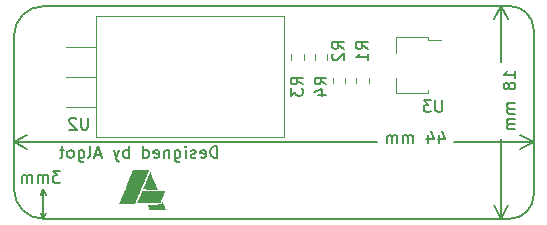
<source format=gbr>
%TF.GenerationSoftware,KiCad,Pcbnew,6.0.2*%
%TF.CreationDate,2022-03-12T22:23:20+01:00*%
%TF.ProjectId,batteryController,62617474-6572-4794-936f-6e74726f6c6c,rev?*%
%TF.SameCoordinates,Original*%
%TF.FileFunction,Legend,Bot*%
%TF.FilePolarity,Positive*%
%FSLAX46Y46*%
G04 Gerber Fmt 4.6, Leading zero omitted, Abs format (unit mm)*
G04 Created by KiCad (PCBNEW 6.0.2) date 2022-03-12 22:23:20*
%MOMM*%
%LPD*%
G01*
G04 APERTURE LIST*
%ADD10C,0.150000*%
%ADD11C,0.120000*%
G04 APERTURE END LIST*
D10*
X175500000Y-100000000D02*
G75*
G03*
X173000000Y-102500000I0J-2500000D01*
G01*
X217000000Y-102000000D02*
X217000000Y-116000000D01*
X175500000Y-118000000D02*
X175750000Y-117500000D01*
X215000000Y-118000000D02*
X175500000Y-118000000D01*
X175500000Y-115500000D02*
X175250000Y-116000000D01*
X173000000Y-115500000D02*
G75*
G03*
X175500000Y-118000000I2500000J0D01*
G01*
X215000000Y-118000000D02*
G75*
G03*
X217000000Y-116000000I1J1999999D01*
G01*
X217000000Y-102000000D02*
G75*
G03*
X215000000Y-100000000I-1999999J1D01*
G01*
X175500000Y-115500000D02*
X175750000Y-116000000D01*
X175500000Y-100000000D02*
X215000000Y-100000000D01*
X175500000Y-118000000D02*
X175250000Y-117500000D01*
X175250000Y-117500000D02*
X175500000Y-118000000D01*
X173000000Y-115500000D02*
X173000000Y-102500000D01*
X175500000Y-115500000D02*
X175500000Y-118000000D01*
X176916666Y-113952380D02*
X176297619Y-113952380D01*
X176630952Y-114333333D01*
X176488095Y-114333333D01*
X176392857Y-114380952D01*
X176345238Y-114428571D01*
X176297619Y-114523809D01*
X176297619Y-114761904D01*
X176345238Y-114857142D01*
X176392857Y-114904761D01*
X176488095Y-114952380D01*
X176773809Y-114952380D01*
X176869047Y-114904761D01*
X176916666Y-114857142D01*
X175869047Y-114952380D02*
X175869047Y-114285714D01*
X175869047Y-114380952D02*
X175821428Y-114333333D01*
X175726190Y-114285714D01*
X175583333Y-114285714D01*
X175488095Y-114333333D01*
X175440476Y-114428571D01*
X175440476Y-114952380D01*
X175440476Y-114428571D02*
X175392857Y-114333333D01*
X175297619Y-114285714D01*
X175154761Y-114285714D01*
X175059523Y-114333333D01*
X175011904Y-114428571D01*
X175011904Y-114952380D01*
X174535714Y-114952380D02*
X174535714Y-114285714D01*
X174535714Y-114380952D02*
X174488095Y-114333333D01*
X174392857Y-114285714D01*
X174250000Y-114285714D01*
X174154761Y-114333333D01*
X174107142Y-114428571D01*
X174107142Y-114952380D01*
X174107142Y-114428571D02*
X174059523Y-114333333D01*
X173964285Y-114285714D01*
X173821428Y-114285714D01*
X173726190Y-114333333D01*
X173678571Y-114428571D01*
X173678571Y-114952380D01*
X190195238Y-112852380D02*
X190195238Y-111852380D01*
X189957142Y-111852380D01*
X189814285Y-111900000D01*
X189719047Y-111995238D01*
X189671428Y-112090476D01*
X189623809Y-112280952D01*
X189623809Y-112423809D01*
X189671428Y-112614285D01*
X189719047Y-112709523D01*
X189814285Y-112804761D01*
X189957142Y-112852380D01*
X190195238Y-112852380D01*
X188814285Y-112804761D02*
X188909523Y-112852380D01*
X189100000Y-112852380D01*
X189195238Y-112804761D01*
X189242857Y-112709523D01*
X189242857Y-112328571D01*
X189195238Y-112233333D01*
X189100000Y-112185714D01*
X188909523Y-112185714D01*
X188814285Y-112233333D01*
X188766666Y-112328571D01*
X188766666Y-112423809D01*
X189242857Y-112519047D01*
X188385714Y-112804761D02*
X188290476Y-112852380D01*
X188100000Y-112852380D01*
X188004761Y-112804761D01*
X187957142Y-112709523D01*
X187957142Y-112661904D01*
X188004761Y-112566666D01*
X188100000Y-112519047D01*
X188242857Y-112519047D01*
X188338095Y-112471428D01*
X188385714Y-112376190D01*
X188385714Y-112328571D01*
X188338095Y-112233333D01*
X188242857Y-112185714D01*
X188100000Y-112185714D01*
X188004761Y-112233333D01*
X187528571Y-112852380D02*
X187528571Y-112185714D01*
X187528571Y-111852380D02*
X187576190Y-111900000D01*
X187528571Y-111947619D01*
X187480952Y-111900000D01*
X187528571Y-111852380D01*
X187528571Y-111947619D01*
X186623809Y-112185714D02*
X186623809Y-112995238D01*
X186671428Y-113090476D01*
X186719047Y-113138095D01*
X186814285Y-113185714D01*
X186957142Y-113185714D01*
X187052380Y-113138095D01*
X186623809Y-112804761D02*
X186719047Y-112852380D01*
X186909523Y-112852380D01*
X187004761Y-112804761D01*
X187052380Y-112757142D01*
X187100000Y-112661904D01*
X187100000Y-112376190D01*
X187052380Y-112280952D01*
X187004761Y-112233333D01*
X186909523Y-112185714D01*
X186719047Y-112185714D01*
X186623809Y-112233333D01*
X186147619Y-112185714D02*
X186147619Y-112852380D01*
X186147619Y-112280952D02*
X186100000Y-112233333D01*
X186004761Y-112185714D01*
X185861904Y-112185714D01*
X185766666Y-112233333D01*
X185719047Y-112328571D01*
X185719047Y-112852380D01*
X184861904Y-112804761D02*
X184957142Y-112852380D01*
X185147619Y-112852380D01*
X185242857Y-112804761D01*
X185290476Y-112709523D01*
X185290476Y-112328571D01*
X185242857Y-112233333D01*
X185147619Y-112185714D01*
X184957142Y-112185714D01*
X184861904Y-112233333D01*
X184814285Y-112328571D01*
X184814285Y-112423809D01*
X185290476Y-112519047D01*
X183957142Y-112852380D02*
X183957142Y-111852380D01*
X183957142Y-112804761D02*
X184052380Y-112852380D01*
X184242857Y-112852380D01*
X184338095Y-112804761D01*
X184385714Y-112757142D01*
X184433333Y-112661904D01*
X184433333Y-112376190D01*
X184385714Y-112280952D01*
X184338095Y-112233333D01*
X184242857Y-112185714D01*
X184052380Y-112185714D01*
X183957142Y-112233333D01*
X182719047Y-112852380D02*
X182719047Y-111852380D01*
X182719047Y-112233333D02*
X182623809Y-112185714D01*
X182433333Y-112185714D01*
X182338095Y-112233333D01*
X182290476Y-112280952D01*
X182242857Y-112376190D01*
X182242857Y-112661904D01*
X182290476Y-112757142D01*
X182338095Y-112804761D01*
X182433333Y-112852380D01*
X182623809Y-112852380D01*
X182719047Y-112804761D01*
X181909523Y-112185714D02*
X181671428Y-112852380D01*
X181433333Y-112185714D02*
X181671428Y-112852380D01*
X181766666Y-113090476D01*
X181814285Y-113138095D01*
X181909523Y-113185714D01*
X180338095Y-112566666D02*
X179861904Y-112566666D01*
X180433333Y-112852380D02*
X180100000Y-111852380D01*
X179766666Y-112852380D01*
X179290476Y-112852380D02*
X179385714Y-112804761D01*
X179433333Y-112709523D01*
X179433333Y-111852380D01*
X178480952Y-112185714D02*
X178480952Y-112995238D01*
X178528571Y-113090476D01*
X178576190Y-113138095D01*
X178671428Y-113185714D01*
X178814285Y-113185714D01*
X178909523Y-113138095D01*
X178480952Y-112804761D02*
X178576190Y-112852380D01*
X178766666Y-112852380D01*
X178861904Y-112804761D01*
X178909523Y-112757142D01*
X178957142Y-112661904D01*
X178957142Y-112376190D01*
X178909523Y-112280952D01*
X178861904Y-112233333D01*
X178766666Y-112185714D01*
X178576190Y-112185714D01*
X178480952Y-112233333D01*
X177861904Y-112852380D02*
X177957142Y-112804761D01*
X178004761Y-112757142D01*
X178052380Y-112661904D01*
X178052380Y-112376190D01*
X178004761Y-112280952D01*
X177957142Y-112233333D01*
X177861904Y-112185714D01*
X177719047Y-112185714D01*
X177623809Y-112233333D01*
X177576190Y-112280952D01*
X177528571Y-112376190D01*
X177528571Y-112661904D01*
X177576190Y-112757142D01*
X177623809Y-112804761D01*
X177719047Y-112852380D01*
X177861904Y-112852380D01*
X177242857Y-112185714D02*
X176861904Y-112185714D01*
X177100000Y-111852380D02*
X177100000Y-112709523D01*
X177052380Y-112804761D01*
X176957142Y-112852380D01*
X176861904Y-112852380D01*
X215452380Y-106095238D02*
X215452380Y-105523809D01*
X215452380Y-105809523D02*
X214452380Y-105809523D01*
X214595238Y-105714285D01*
X214690476Y-105619047D01*
X214738095Y-105523809D01*
X214880952Y-106666666D02*
X214833333Y-106571428D01*
X214785714Y-106523809D01*
X214690476Y-106476190D01*
X214642857Y-106476190D01*
X214547619Y-106523809D01*
X214500000Y-106571428D01*
X214452380Y-106666666D01*
X214452380Y-106857142D01*
X214500000Y-106952380D01*
X214547619Y-107000000D01*
X214642857Y-107047619D01*
X214690476Y-107047619D01*
X214785714Y-107000000D01*
X214833333Y-106952380D01*
X214880952Y-106857142D01*
X214880952Y-106666666D01*
X214928571Y-106571428D01*
X214976190Y-106523809D01*
X215071428Y-106476190D01*
X215261904Y-106476190D01*
X215357142Y-106523809D01*
X215404761Y-106571428D01*
X215452380Y-106666666D01*
X215452380Y-106857142D01*
X215404761Y-106952380D01*
X215357142Y-107000000D01*
X215261904Y-107047619D01*
X215071428Y-107047619D01*
X214976190Y-107000000D01*
X214928571Y-106952380D01*
X214880952Y-106857142D01*
X215452380Y-108238095D02*
X214785714Y-108238095D01*
X214880952Y-108238095D02*
X214833333Y-108285714D01*
X214785714Y-108380952D01*
X214785714Y-108523809D01*
X214833333Y-108619047D01*
X214928571Y-108666666D01*
X215452380Y-108666666D01*
X214928571Y-108666666D02*
X214833333Y-108714285D01*
X214785714Y-108809523D01*
X214785714Y-108952380D01*
X214833333Y-109047619D01*
X214928571Y-109095238D01*
X215452380Y-109095238D01*
X215452380Y-109571428D02*
X214785714Y-109571428D01*
X214880952Y-109571428D02*
X214833333Y-109619047D01*
X214785714Y-109714285D01*
X214785714Y-109857142D01*
X214833333Y-109952380D01*
X214928571Y-110000000D01*
X215452380Y-110000000D01*
X214928571Y-110000000D02*
X214833333Y-110047619D01*
X214785714Y-110142857D01*
X214785714Y-110285714D01*
X214833333Y-110380952D01*
X214928571Y-110428571D01*
X215452380Y-110428571D01*
X213750000Y-100000000D02*
X213648581Y-100000000D01*
X213750000Y-118000000D02*
X213648581Y-118000000D01*
X214235001Y-100000000D02*
X214235001Y-104758333D01*
X214235001Y-111241666D02*
X214235001Y-118000000D01*
X214235001Y-100000000D02*
X213648580Y-101126504D01*
X214235001Y-100000000D02*
X214821422Y-101126504D01*
X214235001Y-118000000D02*
X214821422Y-116873496D01*
X214235001Y-118000000D02*
X213648580Y-116873496D01*
X209010000Y-110910714D02*
X209010000Y-111577380D01*
X209248095Y-110529761D02*
X209486190Y-111244047D01*
X208867142Y-111244047D01*
X208057619Y-110910714D02*
X208057619Y-111577380D01*
X208295714Y-110529761D02*
X208533809Y-111244047D01*
X207914761Y-111244047D01*
X206771904Y-111577380D02*
X206771904Y-110910714D01*
X206771904Y-111005952D02*
X206724285Y-110958333D01*
X206629047Y-110910714D01*
X206486190Y-110910714D01*
X206390952Y-110958333D01*
X206343333Y-111053571D01*
X206343333Y-111577380D01*
X206343333Y-111053571D02*
X206295714Y-110958333D01*
X206200476Y-110910714D01*
X206057619Y-110910714D01*
X205962380Y-110958333D01*
X205914761Y-111053571D01*
X205914761Y-111577380D01*
X205438571Y-111577380D02*
X205438571Y-110910714D01*
X205438571Y-111005952D02*
X205390952Y-110958333D01*
X205295714Y-110910714D01*
X205152857Y-110910714D01*
X205057619Y-110958333D01*
X205010000Y-111053571D01*
X205010000Y-111577380D01*
X205010000Y-111053571D02*
X204962380Y-110958333D01*
X204867142Y-110910714D01*
X204724285Y-110910714D01*
X204629047Y-110958333D01*
X204581428Y-111053571D01*
X204581428Y-111577380D01*
X173000000Y-111371000D02*
X173000000Y-112078865D01*
X217000000Y-111371000D02*
X217000000Y-112078865D01*
X173000000Y-111492445D02*
X203768334Y-111492445D01*
X210251667Y-111492445D02*
X217000000Y-111492445D01*
X173000000Y-111492445D02*
X174126504Y-112078866D01*
X173000000Y-111492445D02*
X174126504Y-110906024D01*
X217000000Y-111492445D02*
X215873496Y-110906024D01*
X217000000Y-111492445D02*
X215873496Y-112078866D01*
%TO.C,R1*%
X202952380Y-103632333D02*
X202476190Y-103299000D01*
X202952380Y-103060904D02*
X201952380Y-103060904D01*
X201952380Y-103441857D01*
X202000000Y-103537095D01*
X202047619Y-103584714D01*
X202142857Y-103632333D01*
X202285714Y-103632333D01*
X202380952Y-103584714D01*
X202428571Y-103537095D01*
X202476190Y-103441857D01*
X202476190Y-103060904D01*
X202952380Y-104584714D02*
X202952380Y-104013285D01*
X202952380Y-104299000D02*
X201952380Y-104299000D01*
X202095238Y-104203761D01*
X202190476Y-104108523D01*
X202238095Y-104013285D01*
%TO.C,R4*%
X199452380Y-106632333D02*
X198976190Y-106299000D01*
X199452380Y-106060904D02*
X198452380Y-106060904D01*
X198452380Y-106441857D01*
X198500000Y-106537095D01*
X198547619Y-106584714D01*
X198642857Y-106632333D01*
X198785714Y-106632333D01*
X198880952Y-106584714D01*
X198928571Y-106537095D01*
X198976190Y-106441857D01*
X198976190Y-106060904D01*
X198785714Y-107489476D02*
X199452380Y-107489476D01*
X198404761Y-107251380D02*
X199119047Y-107013285D01*
X199119047Y-107632333D01*
%TO.C,U3*%
X209261904Y-107952380D02*
X209261904Y-108761904D01*
X209214285Y-108857142D01*
X209166666Y-108904761D01*
X209071428Y-108952380D01*
X208880952Y-108952380D01*
X208785714Y-108904761D01*
X208738095Y-108857142D01*
X208690476Y-108761904D01*
X208690476Y-107952380D01*
X208309523Y-107952380D02*
X207690476Y-107952380D01*
X208023809Y-108333333D01*
X207880952Y-108333333D01*
X207785714Y-108380952D01*
X207738095Y-108428571D01*
X207690476Y-108523809D01*
X207690476Y-108761904D01*
X207738095Y-108857142D01*
X207785714Y-108904761D01*
X207880952Y-108952380D01*
X208166666Y-108952380D01*
X208261904Y-108904761D01*
X208309523Y-108857142D01*
%TO.C,R3*%
X197452380Y-106632333D02*
X196976190Y-106299000D01*
X197452380Y-106060904D02*
X196452380Y-106060904D01*
X196452380Y-106441857D01*
X196500000Y-106537095D01*
X196547619Y-106584714D01*
X196642857Y-106632333D01*
X196785714Y-106632333D01*
X196880952Y-106584714D01*
X196928571Y-106537095D01*
X196976190Y-106441857D01*
X196976190Y-106060904D01*
X196452380Y-106965666D02*
X196452380Y-107584714D01*
X196833333Y-107251380D01*
X196833333Y-107394238D01*
X196880952Y-107489476D01*
X196928571Y-107537095D01*
X197023809Y-107584714D01*
X197261904Y-107584714D01*
X197357142Y-107537095D01*
X197404761Y-107489476D01*
X197452380Y-107394238D01*
X197452380Y-107108523D01*
X197404761Y-107013285D01*
X197357142Y-106965666D01*
%TO.C,R2*%
X200952380Y-103632333D02*
X200476190Y-103299000D01*
X200952380Y-103060904D02*
X199952380Y-103060904D01*
X199952380Y-103441857D01*
X200000000Y-103537095D01*
X200047619Y-103584714D01*
X200142857Y-103632333D01*
X200285714Y-103632333D01*
X200380952Y-103584714D01*
X200428571Y-103537095D01*
X200476190Y-103441857D01*
X200476190Y-103060904D01*
X200047619Y-104013285D02*
X200000000Y-104060904D01*
X199952380Y-104156142D01*
X199952380Y-104394238D01*
X200000000Y-104489476D01*
X200047619Y-104537095D01*
X200142857Y-104584714D01*
X200238095Y-104584714D01*
X200380952Y-104537095D01*
X200952380Y-103965666D01*
X200952380Y-104584714D01*
%TO.C,U2*%
X179261904Y-109452380D02*
X179261904Y-110261904D01*
X179214285Y-110357142D01*
X179166666Y-110404761D01*
X179071428Y-110452380D01*
X178880952Y-110452380D01*
X178785714Y-110404761D01*
X178738095Y-110357142D01*
X178690476Y-110261904D01*
X178690476Y-109452380D01*
X178261904Y-109547619D02*
X178214285Y-109500000D01*
X178119047Y-109452380D01*
X177880952Y-109452380D01*
X177785714Y-109500000D01*
X177738095Y-109547619D01*
X177690476Y-109642857D01*
X177690476Y-109738095D01*
X177738095Y-109880952D01*
X178309523Y-110452380D01*
X177690476Y-110452380D01*
D11*
%TO.C,R1*%
X201977500Y-106536258D02*
X201977500Y-106061742D01*
X203022500Y-106536258D02*
X203022500Y-106061742D01*
%TO.C,R4*%
X199522500Y-104061742D02*
X199522500Y-104536258D01*
X198477500Y-104061742D02*
X198477500Y-104536258D01*
%TO.C,G\u002A\u002A\u002A*%
G36*
X184419523Y-113927252D02*
G01*
X184419047Y-113928660D01*
X184413469Y-113943228D01*
X184403181Y-113968870D01*
X184389160Y-114003190D01*
X184372385Y-114043790D01*
X184353832Y-114088275D01*
X184342289Y-114115840D01*
X184322834Y-114162327D01*
X184299158Y-114218925D01*
X184272175Y-114283446D01*
X184242799Y-114353704D01*
X184211945Y-114427512D01*
X184180528Y-114502682D01*
X184149461Y-114577028D01*
X184128141Y-114628053D01*
X184056192Y-114800217D01*
X183989968Y-114958625D01*
X183929394Y-115103460D01*
X183874392Y-115234906D01*
X183824886Y-115353147D01*
X183780800Y-115458365D01*
X183742055Y-115550745D01*
X183710168Y-115626743D01*
X183674483Y-115711825D01*
X183639523Y-115795207D01*
X183605932Y-115875355D01*
X183574351Y-115950735D01*
X183545424Y-116019813D01*
X183519793Y-116081054D01*
X183498101Y-116132925D01*
X183480990Y-116173890D01*
X183469103Y-116202416D01*
X183468060Y-116204923D01*
X183456992Y-116231479D01*
X183441263Y-116269149D01*
X183421932Y-116315401D01*
X183400059Y-116367700D01*
X183376702Y-116423513D01*
X183352921Y-116480308D01*
X183346024Y-116496797D01*
X183324108Y-116549524D01*
X183304199Y-116597907D01*
X183287074Y-116640023D01*
X183273512Y-116673947D01*
X183264291Y-116697757D01*
X183260189Y-116709530D01*
X183255288Y-116729057D01*
X182588400Y-116729057D01*
X182544659Y-116729056D01*
X182434051Y-116729032D01*
X182337340Y-116728966D01*
X182253605Y-116728839D01*
X182181923Y-116728631D01*
X182121370Y-116728325D01*
X182071025Y-116727902D01*
X182029965Y-116727344D01*
X181997267Y-116726632D01*
X181972009Y-116725748D01*
X181953268Y-116724674D01*
X181940122Y-116723390D01*
X181931647Y-116721879D01*
X181926922Y-116720122D01*
X181925024Y-116718100D01*
X181925029Y-116715796D01*
X181925632Y-116714157D01*
X181931107Y-116700545D01*
X181942024Y-116673885D01*
X181958106Y-116634848D01*
X181979074Y-116584104D01*
X182004649Y-116522325D01*
X182034553Y-116450181D01*
X182068506Y-116368345D01*
X182106230Y-116277487D01*
X182147446Y-116178278D01*
X182191876Y-116071390D01*
X182239241Y-115957493D01*
X182289262Y-115837258D01*
X182341661Y-115711358D01*
X182396158Y-115580462D01*
X182452475Y-115445242D01*
X182510334Y-115306369D01*
X183092121Y-113910203D01*
X184424897Y-113910203D01*
X184419523Y-113927252D01*
G37*
G36*
X184546132Y-114018167D02*
G01*
X184553930Y-114034460D01*
X184566829Y-114063131D01*
X184584439Y-114103262D01*
X184606369Y-114153938D01*
X184632227Y-114214242D01*
X184661621Y-114283257D01*
X184694162Y-114360067D01*
X184729457Y-114443755D01*
X184767115Y-114533405D01*
X184806745Y-114628101D01*
X184847955Y-114726926D01*
X184877019Y-114796736D01*
X184917698Y-114894415D01*
X184956706Y-114988046D01*
X184993627Y-115076632D01*
X185028047Y-115159181D01*
X185059550Y-115234698D01*
X185087722Y-115302189D01*
X185112147Y-115360658D01*
X185132411Y-115409113D01*
X185148099Y-115446558D01*
X185158795Y-115471999D01*
X185164085Y-115484442D01*
X185181442Y-115524224D01*
X184544574Y-115524224D01*
X184480463Y-115524195D01*
X184386646Y-115524046D01*
X184298098Y-115523778D01*
X184215917Y-115523401D01*
X184141201Y-115522924D01*
X184075049Y-115522359D01*
X184018560Y-115521715D01*
X183972832Y-115521001D01*
X183938963Y-115520227D01*
X183918052Y-115519404D01*
X183911198Y-115518541D01*
X183911373Y-115518224D01*
X183915899Y-115508204D01*
X183925301Y-115486433D01*
X183938737Y-115454916D01*
X183955365Y-115415655D01*
X183974342Y-115370654D01*
X183994827Y-115321916D01*
X184015977Y-115271446D01*
X184036949Y-115221246D01*
X184056903Y-115173319D01*
X184074995Y-115129671D01*
X184090382Y-115092303D01*
X184090829Y-115091214D01*
X184103564Y-115060350D01*
X184120960Y-115018457D01*
X184141844Y-114968344D01*
X184165045Y-114912820D01*
X184189391Y-114854695D01*
X184213708Y-114796778D01*
X184231899Y-114753473D01*
X184259479Y-114687728D01*
X184290418Y-114613897D01*
X184323324Y-114535308D01*
X184356803Y-114455284D01*
X184389464Y-114377152D01*
X184419915Y-114304236D01*
X184430099Y-114279862D01*
X184455383Y-114219588D01*
X184478732Y-114164261D01*
X184499500Y-114115390D01*
X184517041Y-114074484D01*
X184530709Y-114043050D01*
X184539860Y-114022598D01*
X184543848Y-114014635D01*
X184546132Y-114018167D01*
G37*
G36*
X185796051Y-115692825D02*
G01*
X185795684Y-115693762D01*
X185790280Y-115707114D01*
X185780007Y-115732190D01*
X185765669Y-115767038D01*
X185748071Y-115809704D01*
X185728017Y-115858236D01*
X185706312Y-115910680D01*
X185695820Y-115936010D01*
X185669750Y-115998952D01*
X185640060Y-116070632D01*
X185608239Y-116147458D01*
X185575773Y-116225841D01*
X185544149Y-116302189D01*
X185514856Y-116372911D01*
X185513005Y-116377379D01*
X185488422Y-116436470D01*
X185465505Y-116491121D01*
X185444938Y-116539736D01*
X185427402Y-116580719D01*
X185413581Y-116612474D01*
X185404157Y-116633405D01*
X185399813Y-116641915D01*
X185397318Y-116642608D01*
X185381071Y-116643964D01*
X185350012Y-116645268D01*
X185304372Y-116646518D01*
X185244380Y-116647710D01*
X185170265Y-116648841D01*
X185082258Y-116649908D01*
X184980587Y-116650906D01*
X184865482Y-116651834D01*
X184737173Y-116652687D01*
X184595890Y-116653462D01*
X184526337Y-116653812D01*
X184413894Y-116654389D01*
X184303510Y-116654971D01*
X184196493Y-116655550D01*
X184094153Y-116656117D01*
X183997801Y-116656666D01*
X183908745Y-116657189D01*
X183828297Y-116657679D01*
X183757764Y-116658126D01*
X183698457Y-116658525D01*
X183651686Y-116658868D01*
X183618760Y-116659146D01*
X183584845Y-116659362D01*
X183537816Y-116659277D01*
X183497615Y-116658741D01*
X183466323Y-116657804D01*
X183446022Y-116656512D01*
X183438793Y-116654917D01*
X183440978Y-116648476D01*
X183448414Y-116629424D01*
X183460479Y-116599456D01*
X183476508Y-116560199D01*
X183495838Y-116513280D01*
X183517802Y-116460326D01*
X183541738Y-116402963D01*
X183549836Y-116383612D01*
X183604101Y-116253964D01*
X183652674Y-116137968D01*
X183695538Y-116035666D01*
X183732674Y-115947099D01*
X183764066Y-115872310D01*
X183789695Y-115811340D01*
X183809544Y-115764232D01*
X183823595Y-115731027D01*
X183831832Y-115711769D01*
X183847443Y-115675775D01*
X185802618Y-115675775D01*
X185796051Y-115692825D01*
G37*
G36*
X185607665Y-116552203D02*
G01*
X185611609Y-116559891D01*
X185615517Y-116568575D01*
X185627479Y-116596027D01*
X185643339Y-116633230D01*
X185662449Y-116678602D01*
X185684160Y-116730561D01*
X185707823Y-116787523D01*
X185732790Y-116847906D01*
X185758412Y-116910127D01*
X185784041Y-116972604D01*
X185809029Y-117033754D01*
X185832725Y-117091993D01*
X185854483Y-117145740D01*
X185873653Y-117193412D01*
X185889588Y-117233425D01*
X185901637Y-117264198D01*
X185909153Y-117284148D01*
X185911488Y-117291691D01*
X185911223Y-117291824D01*
X185901037Y-117292644D01*
X185876927Y-117293427D01*
X185839955Y-117294163D01*
X185791183Y-117294846D01*
X185731673Y-117295465D01*
X185662489Y-117296013D01*
X185584693Y-117296480D01*
X185499346Y-117296858D01*
X185407513Y-117297139D01*
X185310255Y-117297314D01*
X185208635Y-117297374D01*
X185133693Y-117297361D01*
X185018514Y-117297271D01*
X184917265Y-117297089D01*
X184829180Y-117296803D01*
X184753489Y-117296405D01*
X184689424Y-117295882D01*
X184636215Y-117295226D01*
X184593094Y-117294426D01*
X184559292Y-117293472D01*
X184534040Y-117292352D01*
X184516569Y-117291058D01*
X184506111Y-117289578D01*
X184501897Y-117287902D01*
X184496689Y-117278323D01*
X184486742Y-117256810D01*
X184473074Y-117225604D01*
X184456485Y-117186674D01*
X184437776Y-117141992D01*
X184417748Y-117093530D01*
X184397202Y-117043259D01*
X184376941Y-116993151D01*
X184357764Y-116945177D01*
X184340473Y-116901309D01*
X184325869Y-116863517D01*
X184314754Y-116833775D01*
X184307928Y-116814052D01*
X184306193Y-116806321D01*
X184306347Y-116806237D01*
X184315992Y-116805337D01*
X184339497Y-116804389D01*
X184375682Y-116803410D01*
X184423366Y-116802418D01*
X184481369Y-116801434D01*
X184548509Y-116800474D01*
X184623607Y-116799558D01*
X184705482Y-116798704D01*
X184792953Y-116797930D01*
X184884839Y-116797255D01*
X184887794Y-116797235D01*
X184980857Y-116796528D01*
X185069284Y-116795686D01*
X185151908Y-116794731D01*
X185227559Y-116793684D01*
X185295069Y-116792566D01*
X185353268Y-116791398D01*
X185400987Y-116790202D01*
X185437058Y-116788999D01*
X185460312Y-116787810D01*
X185469580Y-116786656D01*
X185477169Y-116781746D01*
X185492332Y-116768771D01*
X185506508Y-116750917D01*
X185521165Y-116725818D01*
X185537771Y-116691106D01*
X185557794Y-116644416D01*
X185568772Y-116618054D01*
X185582607Y-116585482D01*
X185592363Y-116564259D01*
X185599092Y-116552737D01*
X185603842Y-116549268D01*
X185607665Y-116552203D01*
G37*
%TO.C,U3*%
X209200000Y-102870000D02*
X208060000Y-102870000D01*
X205340000Y-102640000D02*
X205340000Y-103950000D01*
X208060000Y-102640000D02*
X208060000Y-102870000D01*
X208060000Y-102640000D02*
X205340000Y-102640000D01*
X205340000Y-106050000D02*
X205340000Y-107360000D01*
X208060000Y-107360000D02*
X208060000Y-107130000D01*
X205340000Y-107360000D02*
X208060000Y-107360000D01*
%TO.C,R3*%
X197522500Y-104061742D02*
X197522500Y-104536258D01*
X196477500Y-104061742D02*
X196477500Y-104536258D01*
%TO.C,R2*%
X199977500Y-106536258D02*
X199977500Y-106061742D01*
X201022500Y-106536258D02*
X201022500Y-106061742D01*
%TO.C,U2*%
X195850000Y-100840000D02*
X179960000Y-100840000D01*
X195850000Y-111080000D02*
X195850000Y-100840000D01*
X195850000Y-111080000D02*
X179960000Y-111080000D01*
X179960000Y-111080000D02*
X179960000Y-100840000D01*
X179960000Y-105960000D02*
X177420000Y-105960000D01*
X179960000Y-108500000D02*
X177420000Y-108500000D01*
X179960000Y-103420000D02*
X177420000Y-103420000D01*
%TD*%
M02*

</source>
